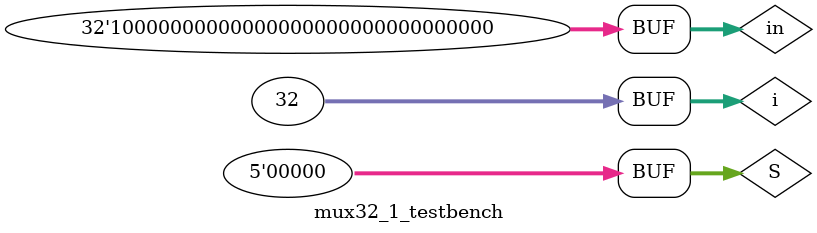
<source format=sv>
module mux32_1(in, S, out);
	input [31:0] in;
	input [4:0] S;
	output out;

	wire v0, v1;
	
	mux16_1 m0 (.in(in[15:0]), .S(S[3:0]), .out(v0));
	mux16_1 m1 (.in(in[31:16]), .S(S[3:0]), .out(v1));
	mux2_1 m (.out(out), .in({v1, v0}), .sel(S[4]));
endmodule

module mux32_1_testbench();
	reg [31:0] in;
	reg [4:0] S;
	wire out;
	
	mux32_1 dut (.in, .S, .out);
	
	integer i, j;
	initial begin
		in = 32'b0000000000000000zz;
		S = 5'b00000;
		#10;
		in = 32'b0000000000000001;
		#10;
		S = 5'b00001;
		#10;
		
		for (i=1; i<32; i++) begin
			in = in << 1;
			#10;
			assert(out == 1);
			S += 1;
			#10;
			assert(out == 0);
		end
	end
endmodule 
</source>
